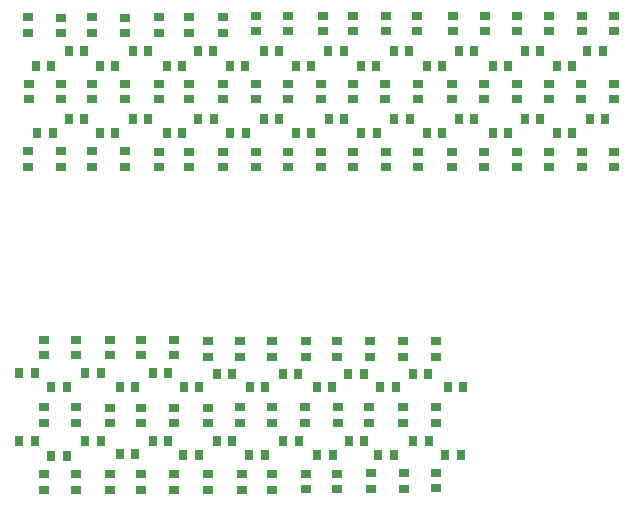
<source format=gtp>
G75*
%MOIN*%
%OFA0B0*%
%FSLAX25Y25*%
%IPPOS*%
%LPD*%
%AMOC8*
5,1,8,0,0,1.08239X$1,22.5*
%
%ADD10R,0.03543X0.02756*%
%ADD11R,0.02756X0.03543*%
D10*
X0073143Y0015283D03*
X0073143Y0020401D03*
X0083994Y0020401D03*
X0083994Y0015283D03*
X0095239Y0015283D03*
X0095239Y0020401D03*
X0105696Y0020401D03*
X0105696Y0015283D03*
X0116691Y0015283D03*
X0116691Y0020401D03*
X0127792Y0020401D03*
X0127792Y0015283D03*
X0139076Y0015283D03*
X0139076Y0020401D03*
X0149283Y0020401D03*
X0149283Y0015283D03*
X0160528Y0015532D03*
X0170986Y0015532D03*
X0170986Y0020650D03*
X0160528Y0020650D03*
X0182087Y0020794D03*
X0182087Y0015676D03*
X0193187Y0015676D03*
X0193187Y0020794D03*
X0203789Y0021044D03*
X0203789Y0015926D03*
X0203789Y0037695D03*
X0203789Y0042813D03*
X0192794Y0042813D03*
X0192794Y0037695D03*
X0181693Y0037695D03*
X0181693Y0042813D03*
X0171235Y0042813D03*
X0171235Y0037695D03*
X0160135Y0037695D03*
X0160135Y0042813D03*
X0149389Y0042813D03*
X0149389Y0037695D03*
X0138643Y0037695D03*
X0138643Y0042813D03*
X0127792Y0042669D03*
X0127792Y0037551D03*
X0116691Y0037551D03*
X0116691Y0042669D03*
X0105696Y0042669D03*
X0105696Y0037551D03*
X0095239Y0037551D03*
X0095239Y0042669D03*
X0083888Y0042813D03*
X0083888Y0037695D03*
X0073143Y0037695D03*
X0073143Y0042813D03*
X0073143Y0060108D03*
X0073143Y0065226D03*
X0083994Y0065226D03*
X0083994Y0060108D03*
X0095094Y0060108D03*
X0095094Y0065226D03*
X0105696Y0065226D03*
X0105696Y0060108D03*
X0116547Y0060108D03*
X0116547Y0065226D03*
X0127792Y0064832D03*
X0127792Y0059714D03*
X0138643Y0059714D03*
X0138643Y0064832D03*
X0149389Y0064832D03*
X0149389Y0059714D03*
X0160490Y0059714D03*
X0160490Y0064832D03*
X0170947Y0064832D03*
X0170947Y0059714D03*
X0181943Y0059714D03*
X0181943Y0064832D03*
X0192794Y0064832D03*
X0192794Y0059714D03*
X0203789Y0059714D03*
X0203789Y0064832D03*
X0209088Y0122896D03*
X0209088Y0128014D03*
X0219901Y0128014D03*
X0219901Y0122896D03*
X0230963Y0122896D03*
X0230963Y0128014D03*
X0241526Y0128014D03*
X0241526Y0122896D03*
X0252588Y0122896D03*
X0252588Y0128014D03*
X0263401Y0128014D03*
X0263401Y0122896D03*
X0263151Y0145414D03*
X0263151Y0150532D03*
X0252194Y0150532D03*
X0252194Y0145414D03*
X0241526Y0145414D03*
X0241526Y0150532D03*
X0230963Y0150532D03*
X0230963Y0145414D03*
X0219901Y0145414D03*
X0219901Y0150532D03*
X0209088Y0150532D03*
X0209088Y0145414D03*
X0197882Y0145414D03*
X0197882Y0150532D03*
X0186820Y0150532D03*
X0186820Y0145414D03*
X0176401Y0145414D03*
X0176401Y0150532D03*
X0165588Y0150532D03*
X0165588Y0145414D03*
X0154526Y0145414D03*
X0154526Y0150532D03*
X0143963Y0150532D03*
X0143963Y0145414D03*
X0132901Y0145414D03*
X0132901Y0150532D03*
X0121694Y0150532D03*
X0121694Y0145414D03*
X0111420Y0145414D03*
X0111420Y0150532D03*
X0100213Y0150532D03*
X0100213Y0145414D03*
X0089401Y0145414D03*
X0089401Y0150532D03*
X0078982Y0150532D03*
X0078982Y0145414D03*
X0068313Y0145414D03*
X0068313Y0150532D03*
X0068025Y0167683D03*
X0068025Y0172801D03*
X0078982Y0172657D03*
X0089401Y0172801D03*
X0089401Y0167683D03*
X0078982Y0167539D03*
X0100213Y0167539D03*
X0100213Y0172657D03*
X0111420Y0172801D03*
X0111420Y0167683D03*
X0121694Y0167683D03*
X0121694Y0172801D03*
X0132901Y0172801D03*
X0132901Y0167683D03*
X0143963Y0168076D03*
X0143963Y0173194D03*
X0154526Y0173194D03*
X0154526Y0168076D03*
X0166126Y0168076D03*
X0166126Y0173194D03*
X0176401Y0173194D03*
X0176401Y0168076D03*
X0187213Y0168076D03*
X0187213Y0173194D03*
X0197488Y0173194D03*
X0197488Y0168076D03*
X0209482Y0168076D03*
X0209482Y0173194D03*
X0220294Y0173194D03*
X0220294Y0168076D03*
X0230963Y0168076D03*
X0230963Y0173194D03*
X0241526Y0173194D03*
X0241526Y0168076D03*
X0252588Y0168076D03*
X0252588Y0173194D03*
X0263151Y0173194D03*
X0263151Y0168076D03*
X0197882Y0128014D03*
X0197882Y0122896D03*
X0187213Y0122896D03*
X0187213Y0128014D03*
X0176401Y0128014D03*
X0176401Y0122896D03*
X0165588Y0122896D03*
X0165588Y0128014D03*
X0154526Y0128014D03*
X0154526Y0122896D03*
X0143963Y0122896D03*
X0143963Y0128014D03*
X0132901Y0128014D03*
X0132901Y0122896D03*
X0121694Y0122896D03*
X0121694Y0128014D03*
X0111420Y0128014D03*
X0111420Y0122896D03*
X0100272Y0122955D03*
X0100272Y0128073D03*
X0089401Y0128073D03*
X0089401Y0122955D03*
X0078982Y0122955D03*
X0078982Y0128073D03*
X0067920Y0128073D03*
X0067920Y0122955D03*
D11*
X0064994Y0031410D03*
X0070113Y0031410D03*
X0075635Y0026686D03*
X0080753Y0026686D03*
X0086985Y0031410D03*
X0092103Y0031410D03*
X0098480Y0027080D03*
X0103598Y0027080D03*
X0109475Y0031660D03*
X0114593Y0031660D03*
X0119683Y0026935D03*
X0124801Y0026935D03*
X0130928Y0031660D03*
X0136046Y0031660D03*
X0141673Y0026935D03*
X0146791Y0026935D03*
X0153062Y0031660D03*
X0158180Y0031660D03*
X0164307Y0026935D03*
X0169425Y0026935D03*
X0174765Y0031660D03*
X0179883Y0031660D03*
X0184684Y0026935D03*
X0189802Y0026935D03*
X0196323Y0031660D03*
X0201441Y0031660D03*
X0207069Y0026935D03*
X0212187Y0026935D03*
X0212974Y0049636D03*
X0207856Y0049636D03*
X0201297Y0053967D03*
X0196179Y0053967D03*
X0190446Y0049492D03*
X0185328Y0049492D03*
X0179844Y0053823D03*
X0174726Y0053823D03*
X0169387Y0049492D03*
X0164269Y0049492D03*
X0157892Y0053823D03*
X0152774Y0053823D03*
X0147041Y0049492D03*
X0141923Y0049492D03*
X0136046Y0053823D03*
X0130928Y0053823D03*
X0125050Y0049492D03*
X0119932Y0049492D03*
X0114593Y0054217D03*
X0109475Y0054217D03*
X0103598Y0049492D03*
X0098480Y0049492D03*
X0092103Y0054217D03*
X0086985Y0054217D03*
X0080858Y0049492D03*
X0075740Y0049492D03*
X0070113Y0054217D03*
X0064994Y0054217D03*
X0071017Y0134155D03*
X0076135Y0134155D03*
X0081435Y0138880D03*
X0086554Y0138880D03*
X0091854Y0134155D03*
X0096972Y0134155D03*
X0102917Y0138880D03*
X0108035Y0138880D03*
X0114267Y0134155D03*
X0119385Y0134155D03*
X0124686Y0138880D03*
X0129804Y0138880D03*
X0135354Y0134155D03*
X0140472Y0134155D03*
X0146561Y0138880D03*
X0151679Y0138880D03*
X0157229Y0134155D03*
X0162347Y0134155D03*
X0168186Y0138880D03*
X0173304Y0138880D03*
X0178998Y0134155D03*
X0184117Y0134155D03*
X0190061Y0138880D03*
X0195179Y0138880D03*
X0200873Y0134155D03*
X0205991Y0134155D03*
X0211542Y0138880D03*
X0216660Y0138880D03*
X0222748Y0134155D03*
X0227866Y0134155D03*
X0233417Y0138880D03*
X0238535Y0138880D03*
X0244229Y0134155D03*
X0249347Y0134155D03*
X0255186Y0138880D03*
X0260304Y0138880D03*
X0249347Y0156673D03*
X0244229Y0156673D03*
X0238535Y0161398D03*
X0233417Y0161398D03*
X0227866Y0156673D03*
X0222748Y0156673D03*
X0216660Y0161398D03*
X0211542Y0161398D03*
X0205991Y0156673D03*
X0200873Y0156673D03*
X0195035Y0161398D03*
X0189917Y0161398D03*
X0183972Y0156673D03*
X0178854Y0156673D03*
X0173160Y0161398D03*
X0168042Y0161398D03*
X0162347Y0156673D03*
X0157229Y0156673D03*
X0151679Y0161398D03*
X0146561Y0161398D03*
X0140328Y0156673D03*
X0135210Y0156673D03*
X0129660Y0161398D03*
X0124542Y0161398D03*
X0119241Y0156673D03*
X0114123Y0156673D03*
X0108035Y0161398D03*
X0102917Y0161398D03*
X0096972Y0156673D03*
X0091854Y0156673D03*
X0086554Y0161398D03*
X0081435Y0161398D03*
X0075741Y0156673D03*
X0070623Y0156673D03*
X0254398Y0161398D03*
X0259517Y0161398D03*
M02*

</source>
